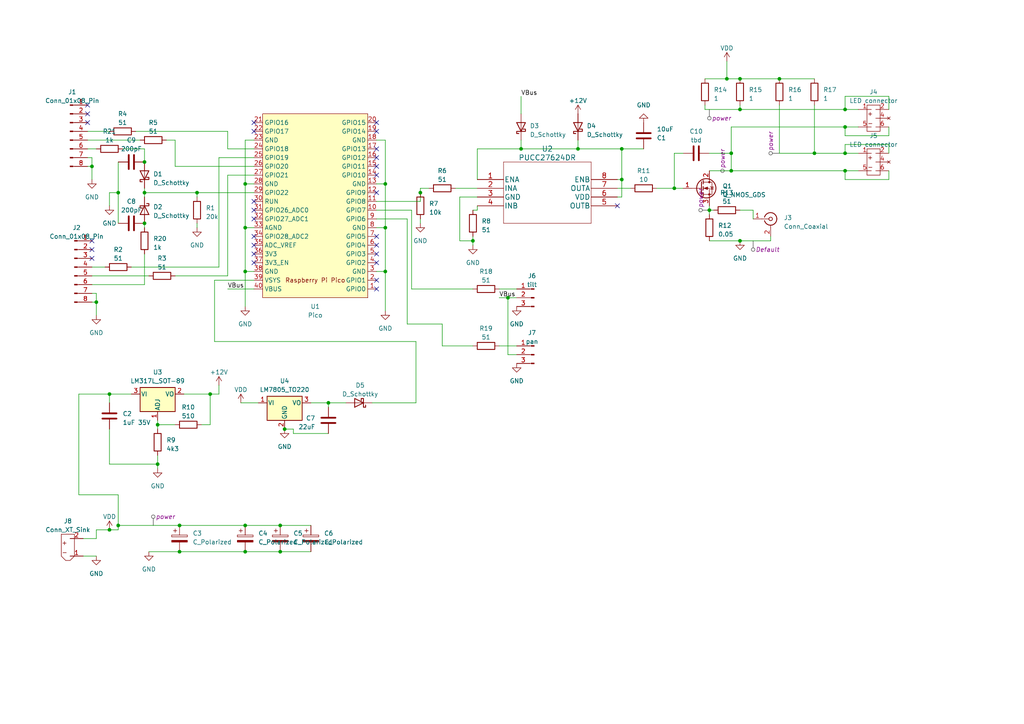
<source format=kicad_sch>
(kicad_sch (version 20230121) (generator eeschema)
  (paper "A4")
  (lib_symbols
    (symbol "Connector:Conn_01x03_Pin" (pin_names (offset 1.016) hide)
      (property "Reference" "J" (at 0 5.08 0))
      (property "Value" "Conn_01x03_Pin" (at 0 -5.08 0))
      (symbol "Conn_01x03_Pin_1_1"
        (polyline (pts (xy 1.27 -2.54) (xy 0.8636 -2.54)) (stroke (width 0.1524)))
        (polyline (pts (xy 1.27 0) (xy 0.8636 0)) (stroke (width 0.1524)))
        (polyline (pts (xy 1.27 2.54) (xy 0.8636 2.54)) (stroke (width 0.1524)))
        (rectangle (start 0.8636 -2.413) (end 0 -2.667) (stroke (width 0.1524)) (fill (type outline)))
        (rectangle (start 0.8636 0.127) (end 0 -0.127) (stroke (width 0.1524)) (fill (type outline)))
        (rectangle (start 0.8636 2.667) (end 0 2.413) (stroke (width 0.1524)) (fill (type outline)))
        (pin passive line (at 5.08 2.54 180) (length 3.81) (name "Pin_1") (number "1"))
        (pin passive line (at 5.08 0 180) (length 3.81) (name "Pin_2") (number "2"))
        (pin passive line (at 5.08 -2.54 180) (length 3.81) (name "Pin_3") (number "3"))
      )
    )
    (symbol "Connector:Conn_01x08_Pin" (pin_names (offset 1.016) hide)
      (property "Reference" "J" (at 0 10.16 0))
      (property "Value" "Conn_01x08_Pin" (at 0 -12.7 0))
      (symbol "Conn_01x08_Pin_1_1"
        (polyline (pts (xy 1.27 -10.16) (xy 0.8636 -10.16)) (stroke (width 0.1524)))
        (polyline (pts (xy 1.27 -7.62) (xy 0.8636 -7.62)) (stroke (width 0.1524)))
        (polyline (pts (xy 1.27 -5.08) (xy 0.8636 -5.08)) (stroke (width 0.1524)))
        (polyline (pts (xy 1.27 -2.54) (xy 0.8636 -2.54)) (stroke (width 0.1524)))
        (polyline (pts (xy 1.27 0) (xy 0.8636 0)) (stroke (width 0.1524)))
        (polyline (pts (xy 1.27 2.54) (xy 0.8636 2.54)) (stroke (width 0.1524)))
        (polyline (pts (xy 1.27 5.08) (xy 0.8636 5.08)) (stroke (width 0.1524)))
        (polyline (pts (xy 1.27 7.62) (xy 0.8636 7.62)) (stroke (width 0.1524)))
        (rectangle (start 0.8636 -10.033) (end 0 -10.287) (stroke (width 0.1524)) (fill (type outline)))
        (rectangle (start 0.8636 -7.493) (end 0 -7.747) (stroke (width 0.1524)) (fill (type outline)))
        (rectangle (start 0.8636 -4.953) (end 0 -5.207) (stroke (width 0.1524)) (fill (type outline)))
        (rectangle (start 0.8636 -2.413) (end 0 -2.667) (stroke (width 0.1524)) (fill (type outline)))
        (rectangle (start 0.8636 0.127) (end 0 -0.127) (stroke (width 0.1524)) (fill (type outline)))
        (rectangle (start 0.8636 2.667) (end 0 2.413) (stroke (width 0.1524)) (fill (type outline)))
        (rectangle (start 0.8636 5.207) (end 0 4.953) (stroke (width 0.1524)) (fill (type outline)))
        (rectangle (start 0.8636 7.747) (end 0 7.493) (stroke (width 0.1524)) (fill (type outline)))
        (pin passive line (at 5.08 7.62 180) (length 3.81) (name "Pin_1") (number "1"))
        (pin passive line (at 5.08 5.08 180) (length 3.81) (name "Pin_2") (number "2"))
        (pin passive line (at 5.08 2.54 180) (length 3.81) (name "Pin_3") (number "3"))
        (pin passive line (at 5.08 0 180) (length 3.81) (name "Pin_4") (number "4"))
        (pin passive line (at 5.08 -2.54 180) (length 3.81) (name "Pin_5") (number "5"))
        (pin passive line (at 5.08 -5.08 180) (length 3.81) (name "Pin_6") (number "6"))
        (pin passive line (at 5.08 -7.62 180) (length 3.81) (name "Pin_7") (number "7"))
        (pin passive line (at 5.08 -10.16 180) (length 3.81) (name "Pin_8") (number "8"))
      )
    )
    (symbol "Connector:Conn_Coaxial" (pin_names (offset 1.016) hide)
      (property "Reference" "J" (at 0.254 3.048 0))
      (property "Value" "Conn_Coaxial" (at 2.921 0 90))
      (symbol "Conn_Coaxial_0_1"
        (arc (start -1.778 -0.508) (mid 0.2311 -1.8066) (end 1.778 0) (stroke (width 0.254)))
        (polyline (pts (xy -2.54 0) (xy -0.508 0)))
        (polyline (pts (xy 0 -2.54) (xy 0 -1.778)))
        (circle (center 0 0) (radius 0.508) (stroke (width 0.2032)))
        (arc (start 1.778 0) (mid 0.2099 1.8101) (end -1.778 0.508) (stroke (width 0.254)))
      )
      (symbol "Conn_Coaxial_1_1"
        (pin passive line (at -5.08 0 0) (length 2.54) (name "In") (number "1"))
        (pin passive line (at 0 -5.08 90) (length 2.54) (name "Ext") (number "2"))
      )
    )
    (symbol "Device:C" (pin_numbers hide) (pin_names (offset 0.254))
      (property "Reference" "C" (at 0.635 2.54 0))
      (property "Value" "C" (at 0.635 -2.54 0))
      (symbol "C_0_1"
        (polyline (pts (xy -2.032 -0.762) (xy 2.032 -0.762)) (stroke (width 0.508)))
        (polyline (pts (xy -2.032 0.762) (xy 2.032 0.762)) (stroke (width 0.508)))
      )
      (symbol "C_1_1"
        (pin passive line (at 0 3.81 270) (length 2.794) (name "~") (number "1"))
        (pin passive line (at 0 -3.81 90) (length 2.794) (name "~") (number "2"))
      )
    )
    (symbol "Device:C_Polarized" (pin_numbers hide) (pin_names (offset 0.254))
      (property "Reference" "C" (at 0.635 2.54 0))
      (property "Value" "C_Polarized" (at 0.635 -2.54 0))
      (symbol "C_Polarized_0_1"
        (rectangle (start -2.286 0.508) (end 2.286 1.016))
        (polyline (pts (xy -1.778 2.286) (xy -0.762 2.286)))
        (polyline (pts (xy -1.27 2.794) (xy -1.27 1.778)))
        (rectangle (start 2.286 -0.508) (end -2.286 -1.016) (fill (type outline)))
      )
      (symbol "C_Polarized_1_1"
        (pin passive line (at 0 3.81 270) (length 2.794) (name "~") (number "1"))
        (pin passive line (at 0 -3.81 90) (length 2.794) (name "~") (number "2"))
      )
    )
    (symbol "Device:D_Schottky" (pin_numbers hide) (pin_names (offset 1.016) hide)
      (property "Reference" "D" (at 0 2.54 0))
      (property "Value" "D_Schottky" (at 0 -2.54 0))
      (symbol "D_Schottky_0_1"
        (polyline (pts (xy 1.27 0) (xy -1.27 0)))
        (polyline (pts (xy 1.27 1.27) (xy 1.27 -1.27) (xy -1.27 0) (xy 1.27 1.27)) (stroke (width 0.254)))
        (polyline (pts (xy -1.905 0.635) (xy -1.905 1.27) (xy -1.27 1.27) (xy -1.27 -1.27) (xy -0.635 -1.27) (xy -0.635 -0.635)) (stroke (width 0.254)))
      )
      (symbol "D_Schottky_1_1"
        (pin passive line (at -3.81 0 0) (length 2.54) (name "K") (number "1"))
        (pin passive line (at 3.81 0 180) (length 2.54) (name "A") (number "2"))
      )
    )
    (symbol "Device:Q_NMOS_GDS" (pin_names (offset 0) hide)
      (property "Reference" "Q" (at 5.08 1.27 0))
      (property "Value" "Q_NMOS_GDS" (at 5.08 -1.27 0))
      (symbol "Q_NMOS_GDS_0_1"
        (polyline (pts (xy 0.254 0) (xy -2.54 0)))
        (polyline (pts (xy 0.254 1.905) (xy 0.254 -1.905)) (stroke (width 0.254)))
        (polyline (pts (xy 0.762 -1.27) (xy 0.762 -2.286)) (stroke (width 0.254)))
        (polyline (pts (xy 0.762 0.508) (xy 0.762 -0.508)) (stroke (width 0.254)))
        (polyline (pts (xy 0.762 2.286) (xy 0.762 1.27)) (stroke (width 0.254)))
        (polyline (pts (xy 2.54 2.54) (xy 2.54 1.778)))
        (polyline (pts (xy 2.54 -2.54) (xy 2.54 0) (xy 0.762 0)))
        (polyline (pts (xy 0.762 -1.778) (xy 3.302 -1.778) (xy 3.302 1.778) (xy 0.762 1.778)))
        (polyline (pts (xy 1.016 0) (xy 2.032 0.381) (xy 2.032 -0.381) (xy 1.016 0)) (fill (type outline)))
        (polyline (pts (xy 2.794 0.508) (xy 2.921 0.381) (xy 3.683 0.381) (xy 3.81 0.254)))
        (polyline (pts (xy 3.302 0.381) (xy 2.921 -0.254) (xy 3.683 -0.254) (xy 3.302 0.381)))
        (circle (center 1.651 0) (radius 2.794) (stroke (width 0.254)))
        (circle (center 2.54 -1.778) (radius 0.254) (fill (type outline)))
        (circle (center 2.54 1.778) (radius 0.254) (fill (type outline)))
      )
      (symbol "Q_NMOS_GDS_1_1"
        (pin input line (at -5.08 0 0) (length 2.54) (name "G") (number "1"))
        (pin passive line (at 2.54 5.08 270) (length 2.54) (name "D") (number "2"))
        (pin passive line (at 2.54 -5.08 90) (length 2.54) (name "S") (number "3"))
      )
    )
    (symbol "Device:R" (pin_numbers hide) (pin_names (offset 0))
      (property "Reference" "R" (at 2.032 0 90))
      (property "Value" "R" (at 0 0 90))
      (symbol "R_0_1"
        (rectangle (start -1.016 -2.54) (end 1.016 2.54) (stroke (width 0.254)))
      )
      (symbol "R_1_1"
        (pin passive line (at 0 3.81 270) (length 1.27) (name "~") (number "1"))
        (pin passive line (at 0 -3.81 90) (length 1.27) (name "~") (number "2"))
      )
    )
    (symbol "Regulator_Linear:LM317L_SOT-89" (pin_names (offset 0.254))
      (property "Reference" "U" (at -3.81 3.175 0))
      (property "Value" "LM317L_SOT-89" (at 0 3.175 0))
      (symbol "LM317L_SOT-89_0_1"
        (rectangle (start -5.08 1.905) (end 5.08 -5.08) (stroke (width 0.254)) (fill (type background)))
      )
      (symbol "LM317L_SOT-89_1_1"
        (pin input line (at 0 -7.62 90) (length 2.54) (name "ADJ") (number "1"))
        (pin power_out line (at 7.62 0 180) (length 2.54) (name "VO") (number "2"))
        (pin power_in line (at -7.62 0 0) (length 2.54) (name "VI") (number "3"))
      )
    )
    (symbol "Regulator_Linear:LM7805_TO220" (pin_names (offset 0.254))
      (property "Reference" "U" (at -3.81 3.175 0))
      (property "Value" "LM7805_TO220" (at 0 3.175 0))
      (symbol "LM7805_TO220_0_1"
        (rectangle (start -5.08 1.905) (end 5.08 -5.08) (stroke (width 0.254)) (fill (type background)))
      )
      (symbol "LM7805_TO220_1_1"
        (pin power_in line (at -7.62 0 0) (length 2.54) (name "VI") (number "1"))
        (pin power_in line (at 0 -7.62 90) (length 2.54) (name "GND") (number "2"))
        (pin power_out line (at 7.62 0 180) (length 2.54) (name "VO") (number "3"))
      )
    )
    (symbol "UCC27624:PUCC27624DR" (pin_names (offset 0.254))
      (property "Reference" "U" (at 20.32 10.16 0))
      (property "Value" "PUCC27624DR" (at 20.32 7.62 0))
      (symbol "PUCC27624DR_1_1"
        (polyline (pts (xy 7.62 -12.7) (xy 33.02 -12.7)) (stroke (width 0.127)))
        (polyline (pts (xy 7.62 5.08) (xy 7.62 -12.7)) (stroke (width 0.127)))
        (polyline (pts (xy 33.02 -12.7) (xy 33.02 5.08)) (stroke (width 0.127)))
        (polyline (pts (xy 33.02 5.08) (xy 7.62 5.08)) (stroke (width 0.127)))
        (pin input line (at 0 0 0) (length 7.62) (name "ENA") (number "1"))
        (pin input line (at 0 -2.54 0) (length 7.62) (name "INA") (number "2"))
        (pin power_in line (at 0 -5.08 0) (length 7.62) (name "GND") (number "3"))
        (pin input line (at 0 -7.62 0) (length 7.62) (name "INB") (number "4"))
        (pin output line (at 40.64 -7.62 180) (length 7.62) (name "OUTB") (number "5"))
        (pin input line (at 40.64 -5.08 180) (length 7.62) (name "VDD") (number "6"))
        (pin output line (at 40.64 -2.54 180) (length 7.62) (name "OUTA") (number "7"))
        (pin input line (at 40.64 0 180) (length 7.62) (name "ENB") (number "8"))
      )
    )
    (symbol "power:+12V" (power) (pin_names (offset 0))
      (property "Value" "+12V" (at 0 3.556 0))
      (symbol "+12V_0_1"
        (polyline (pts (xy -0.762 1.27) (xy 0 2.54)))
        (polyline (pts (xy 0 0) (xy 0 2.54)))
        (polyline (pts (xy 0 2.54) (xy 0.762 1.27)))
      )
      (symbol "+12V_1_1"
        (pin power_in line (at 0 0 90) (length 0) hide (name "+12V") (number "1"))
      )
    )
    (symbol "power:GND" (power) (pin_names (offset 0))
      (property "Value" "GND" (at 0 -3.81 0))
      (symbol "GND_0_1"
        (polyline (pts (xy 0 0) (xy 0 -1.27) (xy 1.27 -1.27) (xy 0 -2.54) (xy -1.27 -1.27) (xy 0 -1.27)))
      )
      (symbol "GND_1_1"
        (pin power_in line (at 0 0 270) (length 0) hide (name "GND") (number "1"))
      )
    )
    (symbol "power:VDD" (power) (pin_names (offset 0))
      (property "Value" "VDD" (at 0 3.81 0))
      (symbol "VDD_0_1"
        (polyline (pts (xy -0.762 1.27) (xy 0 2.54)))
        (polyline (pts (xy 0 0) (xy 0 2.54)))
        (polyline (pts (xy 0 2.54) (xy 0.762 1.27)))
      )
      (symbol "VDD_1_1"
        (pin power_in line (at 0 0 90) (length 0) hide (name "VDD") (number "1"))
      )
    )
    (symbol "victor_strawlab:Conn_LED" (pin_names (offset 1.016) hide)
      (property "Reference" "J" (at -1.27 -3.175 0))
      (property "Value" "LED connector" (at 2.54 -5.08 0))
      (symbol "Conn_LED_1_1"
        (rectangle (start -1.27 3.81) (end 2.54 -3.81))
        (text "+" (at -0.3491 1.323 0) (effects (font (size 1.27 1.27))))
        (text "-" (at -0.3071 -1.4507 0) (effects (font (size 1.27 1.27))))
        (pin passive line (at -3.81 2.54 0) (length 3.81) (name "plus1") (number "1"))
        (pin passive line (at 5.08 2.54 180) (length 3.81) (name "plus2") (number "2"))
        (pin no_connect line (at 5.08 0 180) (length 3.81) (name "Pin_4") (number "4"))
        (pin passive line (at -3.81 -2.54 0) (length 3.81) (name "minus1") (number "5"))
        (pin passive line (at 5.08 -2.54 180) (length 3.81) (name "minus2") (number "6"))
      )
    )
    (symbol "victor_strawlab:Conn_XT_Sink" (pin_names (offset 1.016) hide)
      (property "Reference" "J" (at -1.27 -3.175 0))
      (property "Value" "Conn_XT_Sink" (at 2.54 -5.08 0))
      (symbol "Conn_XT_Sink_0_1"
        (polyline (pts (xy -1.27 -2.54) (xy 0 -3.81) (xy 1.27 -3.81) (xy 2.54 -2.54) (xy 2.54 3.81) (xy -1.27 3.81) (xy -1.27 0) (xy -1.27 -2.54)))
      )
      (symbol "Conn_XT_Sink_1_1"
        (text "+" (at -0.3491 1.323 0) (effects (font (size 1.27 1.27))))
        (text "-" (at -0.3071 -1.4507 0) (effects (font (size 1.27 1.27))))
        (pin power_out line (at 5.08 -2.54 180) (length 3.81) (name "minus1") (number "1"))
        (pin power_out line (at 5.08 2.54 180) (length 3.81) (name "plus") (number "2"))
      )
    )
    (symbol "victor_strawlab:Pico_no-debug"
      (property "Reference" "U" (at -13.97 27.94 0))
      (property "Value" "Pico" (at 0 19.05 0))
      (symbol "Pico_no-debug_0_0"
        (text "Raspberry Pi Pico" (at 0 21.59 0) (effects (font (size 1.27 1.27))))
      )
      (symbol "Pico_no-debug_0_1"
        (rectangle (start -15.24 26.67) (end 15.24 -26.67) (fill (type background)))
      )
      (symbol "Pico_no-debug_1_1"
        (pin bidirectional line (at -17.78 24.13 0) (length 2.54) (name "GPIO0") (number "1"))
        (pin bidirectional line (at -17.78 1.27 0) (length 2.54) (name "GPIO7") (number "10"))
        (pin bidirectional line (at -17.78 -1.27 0) (length 2.54) (name "GPIO8") (number "11"))
        (pin bidirectional line (at -17.78 -3.81 0) (length 2.54) (name "GPIO9") (number "12"))
        (pin power_in line (at -17.78 -6.35 0) (length 2.54) (name "GND") (number "13"))
        (pin bidirectional line (at -17.78 -8.89 0) (length 2.54) (name "GPIO10") (number "14"))
        (pin bidirectional line (at -17.78 -11.43 0) (length 2.54) (name "GPIO11") (number "15"))
        (pin bidirectional line (at -17.78 -13.97 0) (length 2.54) (name "GPIO12") (number "16"))
        (pin bidirectional line (at -17.78 -16.51 0) (length 2.54) (name "GPIO13") (number "17"))
        (pin power_in line (at -17.78 -19.05 0) (length 2.54) (name "GND") (number "18"))
        (pin bidirectional line (at -17.78 -21.59 0) (length 2.54) (name "GPIO14") (number "19"))
        (pin bidirectional line (at -17.78 21.59 0) (length 2.54) (name "GPIO1") (number "2"))
        (pin bidirectional line (at -17.78 -24.13 0) (length 2.54) (name "GPIO15") (number "20"))
        (pin bidirectional line (at 17.78 -24.13 180) (length 2.54) (name "GPIO16") (number "21"))
        (pin bidirectional line (at 17.78 -21.59 180) (length 2.54) (name "GPIO17") (number "22"))
        (pin power_in line (at 17.78 -19.05 180) (length 2.54) (name "GND") (number "23"))
        (pin bidirectional line (at 17.78 -16.51 180) (length 2.54) (name "GPIO18") (number "24"))
        (pin bidirectional line (at 17.78 -13.97 180) (length 2.54) (name "GPIO19") (number "25"))
        (pin bidirectional line (at 17.78 -11.43 180) (length 2.54) (name "GPIO20") (number "26"))
        (pin bidirectional line (at 17.78 -8.89 180) (length 2.54) (name "GPIO21") (number "27"))
        (pin power_in line (at 17.78 -6.35 180) (length 2.54) (name "GND") (number "28"))
        (pin bidirectional line (at 17.78 -3.81 180) (length 2.54) (name "GPIO22") (number "29"))
        (pin power_in line (at -17.78 19.05 0) (length 2.54) (name "GND") (number "3"))
        (pin input line (at 17.78 -1.27 180) (length 2.54) (name "RUN") (number "30"))
        (pin bidirectional line (at 17.78 1.27 180) (length 2.54) (name "GPIO26_ADC0") (number "31"))
        (pin bidirectional line (at 17.78 3.81 180) (length 2.54) (name "GPIO27_ADC1") (number "32"))
        (pin power_in line (at 17.78 6.35 180) (length 2.54) (name "AGND") (number "33"))
        (pin bidirectional line (at 17.78 8.89 180) (length 2.54) (name "GPIO28_ADC2") (number "34"))
        (pin power_in line (at 17.78 11.43 180) (length 2.54) (name "ADC_VREF") (number "35"))
        (pin power_in line (at 17.78 13.97 180) (length 2.54) (name "3V3") (number "36"))
        (pin input line (at 17.78 16.51 180) (length 2.54) (name "3V3_EN") (number "37"))
        (pin bidirectional line (at 17.78 19.05 180) (length 2.54) (name "GND") (number "38"))
        (pin power_in line (at 17.78 21.59 180) (length 2.54) (name "VSYS") (number "39"))
        (pin bidirectional line (at -17.78 16.51 0) (length 2.54) (name "GPIO2") (number "4"))
        (pin power_in line (at 17.78 24.13 180) (length 2.54) (name "VBUS") (number "40"))
        (pin bidirectional line (at -17.78 13.97 0) (length 2.54) (name "GPIO3") (number "5"))
        (pin bidirectional line (at -17.78 11.43 0) (length 2.54) (name "GPIO4") (number "6"))
        (pin bidirectional line (at -17.78 8.89 0) (length 2.54) (name "GPIO5") (number "7"))
        (pin power_in line (at -17.78 6.35 0) (length 2.54) (name "GND") (number "8"))
        (pin bidirectional line (at -17.78 3.81 0) (length 2.54) (name "GPIO6") (number "9"))
      )
    )
  )
  (junction (at 81.28 160.02))
  (junction (at 60.96 114.3))
  (junction (at 137.16 69.85))
  (junction (at 214.63 31.75))
  (junction (at 34.29 55.88))
  (junction (at 212.09 49.53))
  (junction (at 71.12 78.74))
  (junction (at 71.12 66.04))
  (junction (at 236.22 44.45))
  (junction (at 45.72 123.19))
  (junction (at 151.13 43.18))
  (junction (at 41.91 46.99))
  (junction (at 245.11 36.83))
  (junction (at 31.75 114.3))
  (junction (at 111.76 66.04))
  (junction (at 212.09 44.45))
  (junction (at 34.29 152.4))
  (junction (at 180.34 43.18))
  (junction (at 57.15 55.88))
  (junction (at 147.32 86.36))
  (junction (at 27.94 87.63))
  (junction (at 81.28 152.4))
  (junction (at 205.74 60.96))
  (junction (at 26.67 48.26))
  (junction (at 226.06 22.86))
  (junction (at 52.07 152.4))
  (junction (at 71.12 160.02))
  (junction (at 71.12 53.34))
  (junction (at 214.63 69.85))
  (junction (at 71.12 152.4))
  (junction (at 245.11 31.75))
  (junction (at 195.58 54.61))
  (junction (at 245.11 44.45))
  (junction (at 95.25 116.84))
  (junction (at 214.63 22.86))
  (junction (at 180.34 52.07))
  (junction (at 167.64 43.18))
  (junction (at 41.91 55.88))
  (junction (at 31.75 153.67))
  (junction (at 41.91 64.77))
  (junction (at 82.55 124.46))
  (junction (at 45.72 134.62))
  (junction (at 111.76 78.74))
  (junction (at 111.76 53.34))
  (junction (at 121.92 55.88))
  (junction (at 52.07 160.02))
  (junction (at 210.82 22.86))
  (junction (at 245.11 49.53))
  (no_connect (at 109.22 43.18))
  (no_connect (at 73.66 60.96))
  (no_connect (at 73.66 73.66))
  (no_connect (at 109.22 45.72))
  (no_connect (at 109.22 55.88))
  (no_connect (at 25.4 35.56))
  (no_connect (at 73.66 68.58))
  (no_connect (at 109.22 73.66))
  (no_connect (at 26.67 72.39))
  (no_connect (at 73.66 38.1))
  (no_connect (at 25.4 30.48))
  (no_connect (at 179.07 59.69))
  (no_connect (at 26.67 74.93))
  (no_connect (at 73.66 76.2))
  (no_connect (at 109.22 68.58))
  (no_connect (at 73.66 35.56))
  (no_connect (at 73.66 58.42))
  (no_connect (at 73.66 71.12))
  (no_connect (at 25.4 33.02))
  (no_connect (at 109.22 50.8))
  (no_connect (at 26.67 69.85))
  (no_connect (at 109.22 35.56))
  (no_connect (at 109.22 38.1))
  (no_connect (at 109.22 71.12))
  (no_connect (at 109.22 48.26))
  (no_connect (at 109.22 76.2))
  (no_connect (at 109.22 83.82))
  (no_connect (at 73.66 63.5))
  (no_connect (at 109.22 81.28))
  (wire (pts (xy 45.72 132.08) (xy 45.72 134.62)))
  (wire (pts (xy 26.67 80.01) (xy 43.18 80.01)))
  (wire (pts (xy 41.91 54.61) (xy 41.91 55.88)))
  (wire (pts (xy 111.76 90.17) (xy 111.76 78.74)))
  (wire (pts (xy 190.5 54.61) (xy 195.58 54.61)))
  (wire (pts (xy 118.11 93.98) (xy 128.27 93.98)))
  (wire (pts (xy 71.12 152.4) (xy 81.28 152.4)))
  (wire (pts (xy 120.65 116.84) (xy 107.95 116.84)))
  (wire (pts (xy 81.28 160.02) (xy 90.17 160.02)))
  (wire (pts (xy 27.94 156.21) (xy 24.13 156.21)))
  (wire (pts (xy 58.42 123.19) (xy 60.96 123.19)))
  (wire (pts (xy 66.04 38.1) (xy 66.04 43.18)))
  (wire (pts (xy 214.63 60.96) (xy 218.44 60.96)))
  (wire (pts (xy 69.85 116.84) (xy 74.93 116.84)))
  (wire (pts (xy 111.76 53.34) (xy 111.76 66.04)))
  (wire (pts (xy 57.15 64.77) (xy 57.15 66.04)))
  (wire (pts (xy 60.96 114.3) (xy 63.5 114.3)))
  (wire (pts (xy 73.66 66.04) (xy 71.12 66.04)))
  (wire (pts (xy 245.11 52.07) (xy 245.11 49.53)))
  (wire (pts (xy 66.04 83.82) (xy 73.66 83.82)))
  (wire (pts (xy 95.25 116.84) (xy 95.25 118.11)))
  (wire (pts (xy 73.66 81.28) (xy 62.23 81.28)))
  (wire (pts (xy 109.22 58.42) (xy 121.92 58.42)))
  (wire (pts (xy 26.67 87.63) (xy 27.94 87.63)))
  (wire (pts (xy 109.22 63.5) (xy 118.11 63.5)))
  (wire (pts (xy 128.27 100.33) (xy 137.16 100.33)))
  (wire (pts (xy 180.34 43.18) (xy 186.69 43.18)))
  (wire (pts (xy 50.8 48.26) (xy 73.66 48.26)))
  (wire (pts (xy 66.04 43.18) (xy 73.66 43.18)))
  (wire (pts (xy 73.66 53.34) (xy 71.12 53.34)))
  (wire (pts (xy 22.86 114.3) (xy 31.75 114.3)))
  (wire (pts (xy 25.4 48.26) (xy 26.67 48.26)))
  (wire (pts (xy 71.12 88.9) (xy 71.12 78.74)))
  (wire (pts (xy 210.82 22.86) (xy 214.63 22.86)))
  (wire (pts (xy 257.81 36.83) (xy 257.81 39.37)))
  (wire (pts (xy 204.47 22.86) (xy 210.82 22.86)))
  (wire (pts (xy 138.43 60.96) (xy 138.43 59.69)))
  (wire (pts (xy 257.81 39.37) (xy 245.11 39.37)))
  (wire (pts (xy 109.22 60.96) (xy 119.38 60.96)))
  (wire (pts (xy 212.09 49.53) (xy 245.11 49.53)))
  (wire (pts (xy 257.81 44.45) (xy 257.81 41.91)))
  (wire (pts (xy 71.12 78.74) (xy 73.66 78.74)))
  (wire (pts (xy 226.06 44.45) (xy 236.22 44.45)))
  (wire (pts (xy 218.44 60.96) (xy 218.44 63.5)))
  (wire (pts (xy 27.94 87.63) (xy 27.94 91.44)))
  (wire (pts (xy 121.92 54.61) (xy 124.46 54.61)))
  (wire (pts (xy 151.13 40.64) (xy 151.13 43.18)))
  (wire (pts (xy 60.96 114.3) (xy 53.34 114.3)))
  (wire (pts (xy 109.22 78.74) (xy 111.76 78.74)))
  (wire (pts (xy 62.23 81.28) (xy 62.23 99.06)))
  (wire (pts (xy 27.94 156.21) (xy 27.94 153.67)))
  (wire (pts (xy 57.15 57.15) (xy 57.15 55.88)))
  (wire (pts (xy 138.43 43.18) (xy 151.13 43.18)))
  (wire (pts (xy 31.75 114.3) (xy 38.1 114.3)))
  (wire (pts (xy 71.12 66.04) (xy 71.12 78.74)))
  (wire (pts (xy 52.07 152.4) (xy 71.12 152.4)))
  (wire (pts (xy 63.5 77.47) (xy 38.1 77.47)))
  (wire (pts (xy 119.38 60.96) (xy 119.38 83.82)))
  (wire (pts (xy 167.64 40.64) (xy 167.64 43.18)))
  (wire (pts (xy 57.15 55.88) (xy 73.66 55.88)))
  (wire (pts (xy 34.29 153.67) (xy 34.29 152.4)))
  (wire (pts (xy 147.32 102.87) (xy 147.32 86.36)))
  (wire (pts (xy 245.11 27.94) (xy 245.11 31.75)))
  (wire (pts (xy 195.58 54.61) (xy 198.12 54.61)))
  (wire (pts (xy 66.04 50.8) (xy 66.04 80.01)))
  (wire (pts (xy 66.04 80.01) (xy 50.8 80.01)))
  (wire (pts (xy 144.78 86.36) (xy 147.32 86.36)))
  (wire (pts (xy 109.22 66.04) (xy 111.76 66.04)))
  (wire (pts (xy 144.78 100.33) (xy 149.86 100.33)))
  (wire (pts (xy 245.11 36.83) (xy 212.09 36.83)))
  (wire (pts (xy 133.35 69.85) (xy 137.16 69.85)))
  (wire (pts (xy 45.72 134.62) (xy 45.72 135.89)))
  (wire (pts (xy 109.22 53.34) (xy 111.76 53.34)))
  (wire (pts (xy 90.17 116.84) (xy 95.25 116.84)))
  (wire (pts (xy 138.43 57.15) (xy 133.35 57.15)))
  (wire (pts (xy 41.91 43.18) (xy 41.91 46.99)))
  (wire (pts (xy 85.09 124.46) (xy 82.55 124.46)))
  (wire (pts (xy 48.26 40.64) (xy 50.8 40.64)))
  (wire (pts (xy 128.27 93.98) (xy 128.27 100.33)))
  (wire (pts (xy 41.91 55.88) (xy 41.91 57.15)))
  (wire (pts (xy 26.67 82.55) (xy 41.91 82.55)))
  (wire (pts (xy 24.13 161.29) (xy 27.94 161.29)))
  (wire (pts (xy 204.47 30.48) (xy 204.47 31.75)))
  (wire (pts (xy 45.72 123.19) (xy 50.8 123.19)))
  (wire (pts (xy 31.75 153.67) (xy 34.29 153.67)))
  (wire (pts (xy 25.4 40.64) (xy 40.64 40.64)))
  (wire (pts (xy 43.18 160.02) (xy 52.07 160.02)))
  (wire (pts (xy 34.29 152.4) (xy 52.07 152.4)))
  (wire (pts (xy 41.91 64.77) (xy 41.91 66.04)))
  (wire (pts (xy 248.92 31.75) (xy 245.11 31.75)))
  (wire (pts (xy 257.81 41.91) (xy 245.11 41.91)))
  (wire (pts (xy 257.81 52.07) (xy 245.11 52.07)))
  (wire (pts (xy 137.16 71.12) (xy 137.16 69.85)))
  (wire (pts (xy 121.92 58.42) (xy 121.92 55.88)))
  (wire (pts (xy 31.75 134.62) (xy 45.72 134.62)))
  (wire (pts (xy 214.63 69.85) (xy 223.52 69.85)))
  (wire (pts (xy 25.4 45.72) (xy 26.67 45.72)))
  (wire (pts (xy 212.09 49.53) (xy 205.74 49.53)))
  (wire (pts (xy 85.09 125.73) (xy 85.09 124.46)))
  (wire (pts (xy 195.58 44.45) (xy 195.58 54.61)))
  (wire (pts (xy 45.72 123.19) (xy 45.72 124.46)))
  (wire (pts (xy 210.82 17.78) (xy 210.82 22.86)))
  (wire (pts (xy 245.11 49.53) (xy 248.92 49.53)))
  (wire (pts (xy 180.34 43.18) (xy 180.34 52.07)))
  (wire (pts (xy 81.28 152.4) (xy 90.17 152.4)))
  (wire (pts (xy 248.92 44.45) (xy 245.11 44.45)))
  (wire (pts (xy 34.29 46.99) (xy 34.29 55.88)))
  (wire (pts (xy 73.66 40.64) (xy 71.12 40.64)))
  (wire (pts (xy 45.72 121.92) (xy 45.72 123.19)))
  (wire (pts (xy 147.32 86.36) (xy 149.86 86.36)))
  (wire (pts (xy 180.34 52.07) (xy 179.07 52.07)))
  (wire (pts (xy 132.08 54.61) (xy 138.43 54.61)))
  (wire (pts (xy 205.74 60.96) (xy 205.74 62.23)))
  (wire (pts (xy 41.91 73.66) (xy 41.91 82.55)))
  (wire (pts (xy 205.74 44.45) (xy 212.09 44.45)))
  (wire (pts (xy 109.22 40.64) (xy 111.76 40.64)))
  (wire (pts (xy 39.37 38.1) (xy 66.04 38.1)))
  (wire (pts (xy 60.96 123.19) (xy 60.96 114.3)))
  (wire (pts (xy 223.52 69.85) (xy 223.52 68.58)))
  (wire (pts (xy 121.92 63.5) (xy 121.92 64.77)))
  (wire (pts (xy 63.5 45.72) (xy 63.5 77.47)))
  (wire (pts (xy 121.92 54.61) (xy 121.92 55.88)))
  (wire (pts (xy 212.09 44.45) (xy 212.09 49.53)))
  (wire (pts (xy 27.94 153.67) (xy 31.75 153.67)))
  (wire (pts (xy 22.86 143.51) (xy 22.86 114.3)))
  (wire (pts (xy 63.5 111.76) (xy 63.5 114.3)))
  (wire (pts (xy 198.12 44.45) (xy 195.58 44.45)))
  (wire (pts (xy 257.81 27.94) (xy 245.11 27.94)))
  (wire (pts (xy 205.74 69.85) (xy 214.63 69.85)))
  (wire (pts (xy 26.67 45.72) (xy 26.67 48.26)))
  (wire (pts (xy 50.8 48.26) (xy 50.8 40.64)))
  (wire (pts (xy 26.67 48.26) (xy 26.67 52.07)))
  (wire (pts (xy 248.92 36.83) (xy 245.11 36.83)))
  (wire (pts (xy 66.04 50.8) (xy 73.66 50.8)))
  (wire (pts (xy 245.11 31.75) (xy 214.63 31.75)))
  (wire (pts (xy 52.07 160.02) (xy 71.12 160.02)))
  (wire (pts (xy 257.81 49.53) (xy 257.81 52.07)))
  (wire (pts (xy 34.29 55.88) (xy 34.29 64.77)))
  (wire (pts (xy 111.76 40.64) (xy 111.76 53.34)))
  (wire (pts (xy 167.64 43.18) (xy 180.34 43.18)))
  (wire (pts (xy 204.47 31.75) (xy 214.63 31.75)))
  (wire (pts (xy 71.12 160.02) (xy 81.28 160.02)))
  (wire (pts (xy 180.34 57.15) (xy 180.34 52.07)))
  (wire (pts (xy 71.12 40.64) (xy 71.12 53.34)))
  (wire (pts (xy 137.16 69.85) (xy 137.16 68.58)))
  (wire (pts (xy 57.15 55.88) (xy 41.91 55.88)))
  (wire (pts (xy 245.11 39.37) (xy 245.11 36.83)))
  (wire (pts (xy 212.09 36.83) (xy 212.09 44.45)))
  (wire (pts (xy 120.65 99.06) (xy 120.65 116.84)))
  (wire (pts (xy 111.76 66.04) (xy 111.76 78.74)))
  (wire (pts (xy 27.94 85.09) (xy 27.94 87.63)))
  (wire (pts (xy 179.07 57.15) (xy 180.34 57.15)))
  (wire (pts (xy 119.38 83.82) (xy 137.16 83.82)))
  (wire (pts (xy 137.16 60.96) (xy 138.43 60.96)))
  (wire (pts (xy 118.11 63.5) (xy 118.11 93.98)))
  (wire (pts (xy 226.06 22.86) (xy 236.22 22.86)))
  (wire (pts (xy 25.4 43.18) (xy 27.94 43.18)))
  (wire (pts (xy 151.13 43.18) (xy 167.64 43.18)))
  (wire (pts (xy 25.4 38.1) (xy 31.75 38.1)))
  (wire (pts (xy 31.75 59.69) (xy 31.75 55.88)))
  (wire (pts (xy 31.75 55.88) (xy 34.29 55.88)))
  (wire (pts (xy 205.74 59.69) (xy 205.74 60.96)))
  (wire (pts (xy 26.67 85.09) (xy 27.94 85.09)))
  (wire (pts (xy 236.22 44.45) (xy 236.22 30.48)))
  (wire (pts (xy 35.56 43.18) (xy 41.91 43.18)))
  (wire (pts (xy 31.75 124.46) (xy 31.75 134.62)))
  (wire (pts (xy 71.12 53.34) (xy 71.12 66.04)))
  (wire (pts (xy 95.25 116.84) (xy 100.33 116.84)))
  (wire (pts (xy 31.75 116.84) (xy 31.75 114.3)))
  (wire (pts (xy 226.06 30.48) (xy 226.06 44.45)))
  (wire (pts (xy 73.66 45.72) (xy 63.5 45.72)))
  (wire (pts (xy 26.67 77.47) (xy 30.48 77.47)))
  (wire (pts (xy 214.63 22.86) (xy 226.06 22.86)))
  (wire (pts (xy 245.11 44.45) (xy 236.22 44.45)))
  (wire (pts (xy 133.35 57.15) (xy 133.35 69.85)))
  (wire (pts (xy 245.11 41.91) (xy 245.11 44.45)))
  (wire (pts (xy 34.29 152.4) (xy 34.29 143.51)))
  (wire (pts (xy 179.07 54.61) (xy 182.88 54.61)))
  (wire (pts (xy 95.25 125.73) (xy 85.09 125.73)))
  (wire (pts (xy 257.81 31.75) (xy 257.81 27.94)))
  (wire (pts (xy 151.13 27.94) (xy 151.13 33.02)))
  (wire (pts (xy 138.43 52.07) (xy 138.43 43.18)))
  (wire (pts (xy 214.63 31.75) (xy 214.63 30.48)))
  (wire (pts (xy 149.86 102.87) (xy 147.32 102.87)))
  (wire (pts (xy 144.78 83.82) (xy 149.86 83.82)))
  (wire (pts (xy 62.23 99.06) (xy 120.65 99.06)))
  (wire (pts (xy 205.74 60.96) (xy 207.01 60.96)))
  (wire (pts (xy 34.29 143.51) (xy 22.86 143.51)))
  (label "VBus" (at 66.04 83.82 0))
  (label "VBus" (at 151.13 27.94 0))
  (label "VBus" (at 144.78 86.36 0))
  (netclass_flag "" (length 2.54) (shape round) (at 44.45 152.4 0) (property "Netclass" "power" (at 45.1485 149.86 0) (effects (font italic) (justify left))))
  (netclass_flag "" (length 2.54) (shape round) (at 212.09 49.53 90) (property "Netclass" "power" (at 209.55 48.8315 90) (effects (font italic) (justify left))))
  (netclass_flag "" (length 2.54) (shape round) (at 218.44 69.85 180) (property "Netclass" "Default" (at 219.1385 72.39 0) (effects (font italic) (justify left))))
  (netclass_flag "" (length 2.54) (shape round) (at 226.06 44.45 90) (property "Netclass" "power" (at 223.52 43.7515 90) (effects (font italic) (justify left))))
  (netclass_flag "" (length 2.54) (shape round) (at 205.74 31.75 180) (property "Netclass" "power" (at 206.4385 34.29 0) (effects (font italic) (justify left))))
  (netclass_flag "" (length 2.54) (shape round) (at 205.74 60.96 90) (property "Netclass" "power" (at 203.2 60.2615 90) (effects (font italic) (justify left))))
  (symbol (lib_id "power:GND") (at 137.16 71.12 0) (unit 1)
    (property "Reference" "#PWR08" (effects hide))
    (property "Value" "GND" (at 137.16 76.2 0))
  )
  (symbol (lib_id "Device:R") (at 140.97 83.82 90) (unit 1)
    (property "Reference" "R18" (at 140.97 78.74 90))
    (property "Value" "51" (at 140.97 81.28 90))
    (property "Footprint" "Resistor_SMD:R_0603_1608Metric_Pad0.98x0.95mm_HandSolder" (effects hide))
  )
  (symbol (lib_id "Device:D_Schottky") (at 41.91 60.96 270) (unit 1)
    (property "Reference" "D2" (at 44.45 60.0075 90) (effects (justify left)))
    (property "Value" "D_Schottky" (at 44.45 62.5475 90) (effects (justify left)))
    (property "Footprint" "Diode_SMD:D_MicroMELF_Handsoldering" (effects hide))
  )
  (symbol (lib_id "Device:R") (at 54.61 123.19 90) (unit 1)
    (property "Reference" "R10" (at 54.61 118.11 90))
    (property "Value" "510" (at 54.61 120.65 90))
    (property "Footprint" "Resistor_SMD:R_0603_1608Metric_Pad0.98x0.95mm_HandSolder" (effects hide))
  )
  (symbol (lib_id "power:VDD") (at 69.85 116.84 0) (unit 1)
    (property "Reference" "#PWR018" (effects hide))
    (property "Value" "VDD" (at 69.85 113.03 0))
  )
  (symbol (lib_id "power:VDD") (at 31.75 153.67 0) (unit 1)
    (property "Reference" "#PWR014" (effects hide))
    (property "Value" "VDD" (at 31.75 149.86 0))
  )
  (symbol (lib_id "Device:R") (at 210.82 60.96 90) (unit 1)
    (property "Reference" "R13" (at 210.82 55.88 90))
    (property "Value" "51" (at 210.82 58.42 90))
    (property "Footprint" "Resistor_SMD:R_0603_1608Metric_Pad0.98x0.95mm_HandSolder" (effects hide))
  )
  (symbol (lib_id "Device:R") (at 186.69 54.61 90) (unit 1)
    (property "Reference" "R11" (at 186.69 49.53 90))
    (property "Value" "10" (at 186.69 52.07 90))
    (property "Footprint" "Resistor_SMD:R_0603_1608Metric_Pad0.98x0.95mm_HandSolder" (effects hide))
  )
  (symbol (lib_id "Device:R") (at 214.63 26.67 0) (unit 1)
    (property "Reference" "R15" (at 217.17 26.035 0) (effects (justify left)))
    (property "Value" "1" (at 217.17 28.575 0) (effects (justify left)))
    (property "Footprint" "Resistor_THT:R_Axial_DIN0411_L9.9mm_D3.6mm_P5.08mm_Vertical" (effects hide))
  )
  (symbol (lib_id "power:GND") (at 149.86 88.9 0) (unit 1)
    (property "Reference" "#PWR019" (effects hide))
    (property "Value" "GND" (at 149.86 93.98 0))
  )
  (symbol (lib_id "victor_strawlab:Conn_LED") (at 252.73 46.99 0) (unit 1)
    (property "Reference" "J5" (at 253.365 39.37 0))
    (property "Value" "LED connector" (at 253.365 41.91 0))
    (property "Footprint" "victor_strawlab:Conn_LED_source" (effects hide))
  )
  (symbol (lib_id "power:GND") (at 43.18 160.02 0) (unit 1)
    (property "Reference" "#PWR016" (effects hide))
    (property "Value" "GND" (at 43.18 165.1 0))
  )
  (symbol (lib_id "power:GND") (at 57.15 66.04 0) (unit 1)
    (property "Reference" "#PWR03" (effects hide))
    (property "Value" "GND" (at 57.15 71.12 0))
  )
  (symbol (lib_id "Regulator_Linear:LM7805_TO220") (at 82.55 116.84 0) (unit 1)
    (property "Reference" "U4" (at 82.55 110.49 0))
    (property "Value" "LM7805_TO220" (at 82.55 113.03 0))
    (property "Footprint" "Package_TO_SOT_THT:TO-220-3_Vertical" (effects hide))
    (property "Datasheet" "https://www.onsemi.cn/PowerSolutions/document/MC7800-D.PDF" (effects hide))
  )
  (symbol (lib_id "Device:C") (at 201.93 44.45 270) (mirror x) (unit 1)
    (property "Reference" "C10" (at 201.93 38.1 90))
    (property "Value" "tbd" (at 201.93 40.64 90))
    (property "Footprint" "Capacitor_SMD:C_0603_1608Metric_Pad1.08x0.95mm_HandSolder" (effects hide))
  )
  (symbol (lib_id "power:GND") (at 111.76 90.17 0) (unit 1)
    (property "Reference" "#PWR05" (effects hide))
    (property "Value" "GND" (at 111.76 95.25 0))
  )
  (symbol (lib_id "victor_strawlab:Conn_LED") (at 252.73 34.29 0) (unit 1)
    (property "Reference" "J4" (at 253.365 26.67 0))
    (property "Value" "LED connector" (at 253.365 29.21 0))
    (property "Footprint" "victor_strawlab:Conn_LED_source" (effects hide))
  )
  (symbol (lib_id "Device:R") (at 137.16 64.77 180) (unit 1)
    (property "Reference" "R8" (at 139.7 64.135 0) (effects (justify right)))
    (property "Value" "51" (at 139.7 66.675 0) (effects (justify right)))
    (property "Footprint" "Resistor_SMD:R_0603_1608Metric_Pad0.98x0.95mm_HandSolder" (effects hide))
  )
  (symbol (lib_id "Device:D_Schottky") (at 151.13 36.83 90) (unit 1)
    (property "Reference" "D3" (at 153.67 36.5125 90) (effects (justify right)))
    (property "Value" "D_Schottky" (at 153.67 39.0525 90) (effects (justify right)))
    (property "Footprint" "Diode_SMD:D_0805_2012Metric_Pad1.15x1.40mm_HandSolder" (effects hide))
  )
  (symbol (lib_id "Device:R") (at 31.75 43.18 90) (unit 1)
    (property "Reference" "R21" (at 31.75 38.1 90))
    (property "Value" "1k" (at 31.75 40.64 90))
    (property "Footprint" "Resistor_SMD:R_0603_1608Metric_Pad0.98x0.95mm_HandSolder" (effects hide))
  )
  (symbol (lib_id "Device:C_Polarized") (at 71.12 156.21 0) (unit 1)
    (property "Reference" "C4" (at 74.93 154.686 0) (effects (justify left)))
    (property "Value" "C_Polarized" (at 74.93 157.226 0) (effects (justify left)))
  )
  (symbol (lib_id "Connector:Conn_01x08_Pin") (at 21.59 77.47 0) (unit 1)
    (property "Reference" "J2" (at 22.225 66.04 0))
    (property "Value" "Conn_01x08_Pin" (at 22.225 68.58 0))
    (property "Footprint" "Connector_PinHeader_2.54mm:PinHeader_1x08_P2.54mm_Vertical" (effects hide))
  )
  (symbol (lib_id "power:GND") (at 71.12 88.9 0) (unit 1)
    (property "Reference" "#PWR04" (effects hide))
    (property "Value" "GND" (at 71.12 93.98 0))
  )
  (symbol (lib_id "victor_strawlab:Pico_no-debug") (at 91.44 59.69 180) (unit 1)
    (property "Reference" "U1" (at 91.44 88.9 0))
    (property "Value" "Pico" (at 91.44 91.44 0))
    (property "Footprint" "victor_strawlab:RPi_Pico_SMD" (effects hide))
  )
  (symbol (lib_id "power:+12V") (at 63.5 111.76 0) (unit 1)
    (property "Reference" "#PWR09" (effects hide))
    (property "Value" "+12V" (at 63.5 107.95 0))
  )
  (symbol (lib_id "Device:C_Polarized") (at 52.07 156.21 0) (unit 1)
    (property "Reference" "C3" (at 55.88 154.686 0) (effects (justify left)))
    (property "Value" "C_Polarized" (at 55.88 157.226 0) (effects (justify left)))
    (property "Footprint" "Capacitor_THT:CP_Radial_D18.0mm_P7.50mm" (effects hide))
  )
  (symbol (lib_id "victor_strawlab:Conn_XT_Sink") (at 19.05 158.75 0) (unit 1)
    (property "Reference" "J8" (at 19.685 151.13 0))
    (property "Value" "Conn_XT_Sink" (at 19.685 153.67 0))
    (property "Footprint" "Connector_AMASS:AMASS_XT30U-M_1x02_P5.0mm_Vertical" (effects hide))
  )
  (symbol (lib_id "Connector:Conn_01x08_Pin") (at 20.32 38.1 0) (unit 1)
    (property "Reference" "J1" (at 20.955 26.67 0))
    (property "Value" "Conn_01x08_Pin" (at 20.955 29.21 0))
    (property "Footprint" "Connector_PinHeader_2.54mm:PinHeader_1x08_P2.54mm_Vertical" (effects hide))
  )
  (symbol (lib_id "Device:R") (at 140.97 100.33 90) (unit 1)
    (property "Reference" "R19" (at 140.97 95.25 90))
    (property "Value" "51" (at 140.97 97.79 90))
    (property "Footprint" "Resistor_SMD:R_0603_1608Metric_Pad0.98x0.95mm_HandSolder" (effects hide))
  )
  (symbol (lib_id "Device:D_Schottky") (at 104.14 116.84 180) (unit 1)
    (property "Reference" "D5" (at 104.4575 111.76 0))
    (property "Value" "D_Schottky" (at 104.4575 114.3 0))
    (property "Footprint" "Diode_SMD:D_0805_2012Metric_Pad1.15x1.40mm_HandSolder" (effects hide))
  )
  (symbol (lib_id "Device:R") (at 128.27 54.61 90) (unit 1)
    (property "Reference" "R6" (at 128.27 49.53 90))
    (property "Value" "51" (at 128.27 52.07 90))
    (property "Footprint" "Resistor_SMD:R_0603_1608Metric_Pad0.98x0.95mm_HandSolder" (effects hide))
  )
  (symbol (lib_id "power:GND") (at 82.55 124.46 0) (unit 1)
    (property "Reference" "#PWR017" (effects hide))
    (property "Value" "GND" (at 82.55 129.54 0))
  )
  (symbol (lib_id "power:GND") (at 26.67 52.07 0) (unit 1)
    (property "Reference" "#PWR01" (effects hide))
    (property "Value" "GND" (at 26.67 57.15 0))
  )
  (symbol (lib_id "UCC27624:PUCC27624DR") (at 138.43 52.07 0) (unit 1)
    (property "Reference" "U2" (at 158.75 43.18 0) (effects (font (size 1.524 1.524))))
    (property "Value" "PUCC27624DR" (at 158.75 45.72 0) (effects (font (size 1.524 1.524))))
    (property "Footprint" "Package_SO:SOIC-8_3.9x4.9mm_P1.27mm" (effects hide))
  )
  (symbol (lib_id "Regulator_Linear:LM317L_SOT-89") (at 45.72 114.3 0) (unit 1)
    (property "Reference" "U3" (at 45.72 107.95 0))
    (property "Value" "LM317L_SOT-89" (at 45.72 110.49 0))
    (property "Footprint" "Package_TO_SOT_SMD:SOT-89-3" (effects hide))
    (property "Datasheet" "http://www.ti.com/lit/ds/symlink/lm317l.pdf" (effects hide))
  )
  (symbol (lib_id "Device:R") (at 226.06 26.67 0) (unit 1)
    (property "Reference" "R16" (at 228.6 26.035 0) (effects (justify left)))
    (property "Value" "1" (at 228.6 28.575 0) (effects (justify left)))
    (property "Footprint" "Resistor_THT:R_Axial_DIN0411_L9.9mm_D3.6mm_P5.08mm_Vertical" (effects hide))
  )
  (symbol (lib_id "Device:C") (at 186.69 39.37 0) (mirror x) (unit 1)
    (property "Reference" "C1" (at 190.5 40.005 0) (effects (justify left)))
    (property "Value" "10uF" (at 190.5 37.465 0) (effects (justify left)))
    (property "Footprint" "Capacitor_SMD:C_0805_2012Metric_Pad1.18x1.45mm_HandSolder" (effects hide))
  )
  (symbol (lib_id "power:GND") (at 45.72 135.89 0) (unit 1)
    (property "Reference" "#PWR010" (effects hide))
    (property "Value" "GND" (at 45.72 140.97 0))
  )
  (symbol (lib_id "Device:R") (at 44.45 40.64 90) (unit 1)
    (property "Reference" "R5" (at 44.45 35.56 90))
    (property "Value" "51" (at 44.45 38.1 90))
    (property "Footprint" "Resistor_SMD:R_0603_1608Metric_Pad0.98x0.95mm_HandSolder" (effects hide))
  )
  (symbol (lib_id "Device:R") (at 205.74 66.04 180) (unit 1)
    (property "Reference" "R12" (at 208.28 65.405 0) (effects (justify right)))
    (property "Value" "0.05" (at 208.28 67.945 0) (effects (justify right)))
    (property "Footprint" "Resistor_SMD:R_2010_5025Metric_Pad1.40x2.65mm_HandSolder" (effects hide))
  )
  (symbol (lib_id "power:GND") (at 27.94 161.29 0) (unit 1)
    (property "Reference" "#PWR012" (effects hide))
    (property "Value" "GND" (at 27.94 166.37 0))
  )
  (symbol (lib_id "power:GND") (at 214.63 69.85 0) (unit 1)
    (property "Reference" "#PWR013" (effects hide))
    (property "Value" "GND" (at 214.63 74.93 0))
  )
  (symbol (lib_id "Device:C") (at 31.75 120.65 0) (unit 1)
    (property "Reference" "C2" (at 35.56 120.015 0) (effects (justify left)))
    (property "Value" "1uF 35V" (at 35.56 122.555 0) (effects (justify left)))
    (property "Footprint" "Capacitor_SMD:C_0805_2012Metric_Pad1.18x1.45mm_HandSolder" (effects hide))
  )
  (symbol (lib_id "power:+12V") (at 167.64 33.02 0) (unit 1)
    (property "Reference" "#PWR07" (effects hide))
    (property "Value" "+12V" (at 167.64 29.21 0))
  )
  (symbol (lib_id "Device:C_Polarized") (at 81.28 156.21 0) (unit 1)
    (property "Reference" "C5" (at 85.09 154.686 0) (effects (justify left)))
    (property "Value" "C_Polarized" (at 85.09 157.226 0) (effects (justify left)))
  )
  (symbol (lib_id "Device:R") (at 57.15 60.96 0) (unit 1)
    (property "Reference" "R1" (at 59.69 60.325 0) (effects (justify left)))
    (property "Value" "20k" (at 59.69 62.865 0) (effects (justify left)))
    (property "Footprint" "Resistor_SMD:R_0603_1608Metric_Pad0.98x0.95mm_HandSolder" (effects hide))
  )
  (symbol (lib_id "Device:D_Schottky") (at 167.64 36.83 90) (unit 1)
    (property "Reference" "D4" (at 170.18 36.5125 90) (effects (justify right)))
    (property "Value" "D_Schottky" (at 170.18 39.0525 90) (effects (justify right)))
    (property "Footprint" "Diode_SMD:D_0805_2012Metric_Pad1.15x1.40mm_HandSolder" (effects hide))
  )
  (symbol (lib_id "power:GND") (at 186.69 35.56 0) (mirror x) (unit 1)
    (property "Reference" "#PWR011" (effects hide))
    (property "Value" "GND" (at 186.69 30.48 0))
  )
  (symbol (lib_id "Connector:Conn_01x03_Pin") (at 154.94 102.87 0) (mirror y) (unit 1)
    (property "Reference" "J7" (at 154.305 96.52 0))
    (property "Value" "pan" (at 154.305 99.06 0))
    (property "Footprint" "Connector_PinHeader_2.54mm:PinHeader_1x03_P2.54mm_Vertical" (effects hide))
  )
  (symbol (lib_id "Device:D_Schottky") (at 41.91 50.8 90) (unit 1)
    (property "Reference" "D1" (at 44.45 50.4825 90) (effects (justify right)))
    (property "Value" "D_Schottky" (at 44.45 53.0225 90) (effects (justify right)))
    (property "Footprint" "Diode_SMD:D_MicroMELF_Handsoldering" (effects hide))
  )
  (symbol (lib_id "Connector:Conn_Coaxial") (at 223.52 63.5 0) (unit 1)
    (property "Reference" "J3" (at 227.33 63.1582 0) (effects (justify left)))
    (property "Value" "Conn_Coaxial" (at 227.33 65.6982 0) (effects (justify left)))
    (property "Footprint" "Connector_Coaxial:SMA_Amphenol_901-144_Vertical" (effects hide))
    (property "Datasheet" " ~" (effects hide))
  )
  (symbol (lib_id "Connector:Conn_01x03_Pin") (at 154.94 86.36 0) (mirror y) (unit 1)
    (property "Reference" "J6" (at 154.305 80.01 0))
    (property "Value" "tilt" (at 154.305 82.55 0))
    (property "Footprint" "Connector_PinHeader_2.54mm:PinHeader_1x03_P2.54mm_Vertical" (effects hide))
  )
  (symbol (lib_id "Device:R") (at 35.56 38.1 90) (unit 1)
    (property "Reference" "R4" (at 35.56 33.02 90))
    (property "Value" "51" (at 35.56 35.56 90))
    (property "Footprint" "Resistor_SMD:R_0603_1608Metric_Pad0.98x0.95mm_HandSolder" (effects hide))
  )
  (symbol (lib_id "Device:C") (at 38.1 64.77 270) (mirror x) (unit 1)
    (property "Reference" "C8" (at 38.1 58.42 90))
    (property "Value" "200pF" (at 38.1 60.96 90))
    (property "Footprint" "Capacitor_SMD:C_0603_1608Metric_Pad1.08x0.95mm_HandSolder" (effects hide))
  )
  (symbol (lib_id "power:GND") (at 121.92 64.77 0) (unit 1)
    (property "Reference" "#PWR06" (effects hide))
    (property "Value" "GND" (at 121.92 69.85 0))
  )
  (symbol (lib_id "power:GND") (at 27.94 91.44 0) (unit 1)
    (property "Reference" "#PWR02" (effects hide))
    (property "Value" "GND" (at 27.94 96.52 0))
  )
  (symbol (lib_id "Device:Q_NMOS_GDS") (at 203.2 54.61 0) (unit 1)
    (property "Reference" "Q1" (at 209.55 53.975 0) (effects (justify left)))
    (property "Value" "Q_NMOS_GDS" (at 209.55 56.515 0) (effects (justify left)))
    (property "Footprint" "Package_TO_SOT_SMD:TO-252-2" (effects hide))
  )
  (symbol (lib_id "Device:R") (at 204.47 26.67 0) (unit 1)
    (property "Reference" "R14" (at 207.01 26.035 0) (effects (justify left)))
    (property "Value" "1" (at 207.01 28.575 0) (effects (justify left)))
    (property "Footprint" "Resistor_THT:R_Axial_DIN0411_L9.9mm_D3.6mm_P5.08mm_Vertical" (effects hide))
  )
  (symbol (lib_id "Device:R") (at 236.22 26.67 0) (unit 1)
    (property "Reference" "R17" (at 238.76 26.035 0) (effects (justify left)))
    (property "Value" "1" (at 238.76 28.575 0) (effects (justify left)))
    (property "Footprint" "Resistor_THT:R_Axial_DIN0411_L9.9mm_D3.6mm_P5.08mm_Vertical" (effects hide))
  )
  (symbol (lib_id "Device:C") (at 95.25 121.92 0) (mirror x) (unit 1)
    (property "Reference" "C7" (at 91.44 121.285 0) (effects (justify right)))
    (property "Value" "22uF" (at 91.44 123.825 0) (effects (justify right)))
    (property "Footprint" "Capacitor_SMD:C_1206_3216Metric_Pad1.33x1.80mm_HandSolder" (effects hide))
  )
  (symbol (lib_id "Device:R") (at 41.91 69.85 0) (unit 1)
    (property "Reference" "R20" (at 44.45 69.215 0) (effects (justify left)))
    (property "Value" "1k" (at 44.45 71.755 0) (effects (justify left)))
    (property "Footprint" "Resistor_SMD:R_0603_1608Metric_Pad0.98x0.95mm_HandSolder" (effects hide))
  )
  (symbol (lib_id "Device:R") (at 34.29 77.47 90) (unit 1)
    (property "Reference" "R2" (at 34.29 72.39 90))
    (property "Value" "51" (at 34.29 74.93 90))
    (property "Footprint" "Resistor_SMD:R_0603_1608Metric_Pad0.98x0.95mm_HandSolder" (effects hide))
  )
  (symbol (lib_id "power:GND") (at 31.75 59.69 0) (unit 1)
    (property "Reference" "#PWR021" (effects hide))
    (property "Value" "GND" (at 31.75 64.77 0))
  )
  (symbol (lib_id "Device:R") (at 121.92 59.69 0) (unit 1)
    (property "Reference" "R7" (at 124.46 59.055 0) (effects (justify left)))
    (property "Value" "10k" (at 124.46 61.595 0) (effects (justify left)))
    (property "Footprint" "Resistor_SMD:R_0603_1608Metric_Pad0.98x0.95mm_HandSolder" (effects hide))
  )
  (symbol (lib_id "Device:R") (at 45.72 128.27 0) (unit 1)
    (property "Reference" "R9" (at 48.26 127.635 0) (effects (justify left)))
    (property "Value" "4k3" (at 48.26 130.175 0) (effects (justify left)))
    (property "Footprint" "Resistor_SMD:R_0603_1608Metric_Pad0.98x0.95mm_HandSolder" (effects hide))
  )
  (symbol (lib_id "power:VDD") (at 210.82 17.78 0) (unit 1)
    (property "Reference" "#PWR015" (effects hide))
    (property "Value" "VDD" (at 210.82 13.97 0))
  )
  (symbol (lib_id "Device:C") (at 38.1 46.99 270) (mirror x) (unit 1)
    (property "Reference" "C9" (at 38.1 40.64 90))
    (property "Value" "200pF" (at 38.1 43.18 90))
    (property "Footprint" "Capacitor_SMD:C_0603_1608Metric_Pad1.08x0.95mm_HandSolder" (effects hide))
  )
  (symbol (lib_id "Device:R") (at 46.99 80.01 90) (unit 1)
    (property "Reference" "R3" (at 46.99 74.93 90))
    (property "Value" "51" (at 46.99 77.47 90))
    (property "Footprint" "Resistor_SMD:R_0603_1608Metric_Pad0.98x0.95mm_HandSolder" (effects hide))
  )
  (symbol (lib_id "power:GND") (at 149.86 105.41 0) (unit 1)
    (property "Reference" "#PWR020" (effects hide))
    (property "Value" "GND" (at 149.86 110.49 0))
  )
  (symbol (lib_id "Device:C_Polarized") (at 90.17 156.21 0) (unit 1)
    (property "Reference" "C6" (at 93.98 154.686 0) (effects (justify left)))
    (property "Value" "C_Polarized" (at 93.98 157.226 0) (effects (justify left)))
  )
)
</source>
